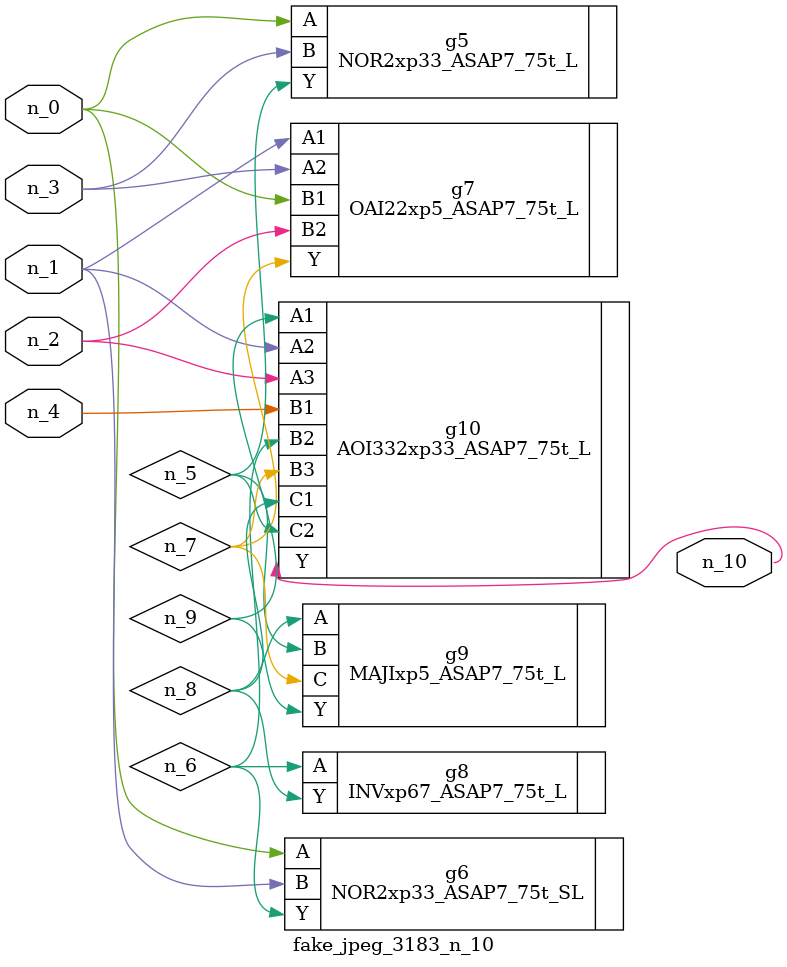
<source format=v>
module fake_jpeg_3183_n_10 (n_3, n_2, n_1, n_0, n_4, n_10);

input n_3;
input n_2;
input n_1;
input n_0;
input n_4;

output n_10;

wire n_8;
wire n_9;
wire n_6;
wire n_5;
wire n_7;

NOR2xp33_ASAP7_75t_L g5 ( 
.A(n_0),
.B(n_3),
.Y(n_5)
);

NOR2xp33_ASAP7_75t_SL g6 ( 
.A(n_0),
.B(n_1),
.Y(n_6)
);

OAI22xp5_ASAP7_75t_L g7 ( 
.A1(n_1),
.A2(n_3),
.B1(n_0),
.B2(n_2),
.Y(n_7)
);

INVxp67_ASAP7_75t_L g8 ( 
.A(n_6),
.Y(n_8)
);

MAJIxp5_ASAP7_75t_L g9 ( 
.A(n_8),
.B(n_5),
.C(n_7),
.Y(n_9)
);

AOI332xp33_ASAP7_75t_L g10 ( 
.A1(n_9),
.A2(n_1),
.A3(n_2),
.B1(n_4),
.B2(n_6),
.B3(n_7),
.C1(n_8),
.C2(n_5),
.Y(n_10)
);


endmodule
</source>
